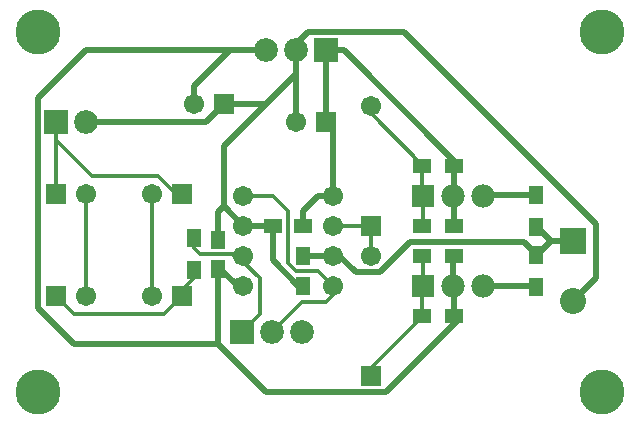
<source format=gbr>
G04 #@! TF.FileFunction,Copper,L2,Bot,Signal*
%FSLAX46Y46*%
G04 Gerber Fmt 4.6, Leading zero omitted, Abs format (unit mm)*
G04 Created by KiCad (PCBNEW 4.0.7) date 06/12/18 06:08:35*
%MOMM*%
%LPD*%
G01*
G04 APERTURE LIST*
%ADD10C,0.100000*%
%ADD11C,1.716000*%
%ADD12R,1.500000X1.250000*%
%ADD13R,1.716000X1.716000*%
%ADD14R,1.250000X1.500000*%
%ADD15R,2.016000X2.016000*%
%ADD16C,2.016000*%
%ADD17R,2.216000X2.216000*%
%ADD18C,2.216000*%
%ADD19C,1.989000*%
%ADD20R,1.989000X1.989000*%
%ADD21R,1.300000X1.500000*%
%ADD22R,1.500000X1.300000*%
%ADD23C,3.800000*%
%ADD24C,0.508000*%
%ADD25C,0.304800*%
G04 APERTURE END LIST*
D10*
D11*
X163195000Y-89535000D03*
X163195000Y-92075000D03*
X163195000Y-94615000D03*
X163195000Y-97155000D03*
X170815000Y-97155000D03*
X170815000Y-94615000D03*
X170815000Y-92075000D03*
X170815000Y-89535000D03*
D12*
X168255000Y-92075000D03*
X165755000Y-92075000D03*
D13*
X170180000Y-83312000D03*
D11*
X167640000Y-83312000D03*
D13*
X161544000Y-81788000D03*
D11*
X159004000Y-81788000D03*
D14*
X161036000Y-93238000D03*
X161036000Y-95738000D03*
D13*
X147320000Y-89408000D03*
D11*
X149860000Y-89408000D03*
D13*
X147320000Y-98044000D03*
D11*
X149860000Y-98044000D03*
D13*
X157988000Y-89408000D03*
D11*
X155448000Y-89408000D03*
D13*
X157988000Y-98044000D03*
D11*
X155448000Y-98044000D03*
D14*
X168275000Y-94635000D03*
X168275000Y-97135000D03*
D13*
X173987460Y-92074480D03*
D11*
X173990000Y-81915000D03*
D13*
X173987460Y-104774480D03*
D11*
X173990000Y-94615000D03*
D15*
X170180000Y-77216000D03*
D16*
X167640000Y-77216000D03*
X165100000Y-77216000D03*
D15*
X147320000Y-83312000D03*
D16*
X149860000Y-83312000D03*
D17*
X191135000Y-93345000D03*
D18*
X191135000Y-98425000D03*
D15*
X163068000Y-101092000D03*
D16*
X165608000Y-101092000D03*
X168148000Y-101092000D03*
D19*
X180975000Y-89535000D03*
D20*
X178435000Y-89535000D03*
D19*
X183515000Y-89535000D03*
X180975000Y-97155000D03*
D20*
X178435000Y-97155000D03*
D19*
X183515000Y-97155000D03*
D21*
X159004000Y-95838000D03*
X159004000Y-93138000D03*
D22*
X181055000Y-86995000D03*
X178355000Y-86995000D03*
X181055000Y-92075000D03*
X178355000Y-92075000D03*
X178355000Y-94615000D03*
X181055000Y-94615000D03*
X178355000Y-99695000D03*
X181055000Y-99695000D03*
D21*
X187960000Y-89455000D03*
X187960000Y-92155000D03*
X187960000Y-94535000D03*
X187960000Y-97235000D03*
D23*
X145796000Y-75692000D03*
X193548000Y-75692000D03*
X193548000Y-106172000D03*
X145796000Y-106172000D03*
D24*
X181055000Y-86995000D02*
X181055000Y-86567000D01*
X181055000Y-86567000D02*
X171704000Y-77216000D01*
X171704000Y-77216000D02*
X170180000Y-77216000D01*
X170815000Y-89535000D02*
X170815000Y-83947000D01*
X170815000Y-83947000D02*
X170180000Y-83312000D01*
X170180000Y-83312000D02*
X170180000Y-77216000D01*
X168255000Y-92075000D02*
X168255000Y-90825000D01*
X169545000Y-89535000D02*
X170815000Y-89535000D01*
X168255000Y-90825000D02*
X169545000Y-89535000D01*
X181055000Y-92075000D02*
X181055000Y-89615000D01*
X181055000Y-89615000D02*
X180975000Y-89535000D01*
X181055000Y-86995000D02*
X181055000Y-89455000D01*
X181055000Y-89455000D02*
X180975000Y-89535000D01*
X161036000Y-93238000D02*
X161036000Y-90932000D01*
X161036000Y-90932000D02*
X161544000Y-90424000D01*
X191135000Y-98425000D02*
X193040000Y-96520000D01*
X168656000Y-75692000D02*
X167640000Y-76708000D01*
X176784000Y-75692000D02*
X168656000Y-75692000D01*
X193040000Y-91948000D02*
X176784000Y-75692000D01*
X193040000Y-96520000D02*
X193040000Y-91948000D01*
X167640000Y-76708000D02*
X167640000Y-77216000D01*
X163195000Y-92075000D02*
X161544000Y-90424000D01*
X161544000Y-85344000D02*
X165100000Y-81788000D01*
X161544000Y-90424000D02*
X161544000Y-85344000D01*
X161544000Y-81788000D02*
X165100000Y-81788000D01*
X165100000Y-81788000D02*
X167640000Y-79248000D01*
X167640000Y-77216000D02*
X167640000Y-79248000D01*
X167640000Y-79248000D02*
X167640000Y-83312000D01*
X149860000Y-83312000D02*
X160020000Y-83312000D01*
X160020000Y-83312000D02*
X161544000Y-81788000D01*
X168275000Y-97135000D02*
X167874000Y-97135000D01*
X167874000Y-97135000D02*
X165735000Y-94996000D01*
X165735000Y-94996000D02*
X165735000Y-94615000D01*
X165735000Y-94615000D02*
X165735000Y-94635000D01*
X165735000Y-94635000D02*
X165735000Y-92075000D01*
X165735000Y-92075000D02*
X165755000Y-92075000D01*
X165755000Y-92075000D02*
X163195000Y-92075000D01*
X161036000Y-102108000D02*
X148844000Y-102108000D01*
X149860000Y-77216000D02*
X162052000Y-77216000D01*
X145796000Y-81280000D02*
X149860000Y-77216000D01*
X145796000Y-99060000D02*
X145796000Y-81280000D01*
X148844000Y-102108000D02*
X145796000Y-99060000D01*
X161036000Y-95738000D02*
X161036000Y-102108000D01*
X175260000Y-106172000D02*
X181356000Y-100076000D01*
X165100000Y-106172000D02*
X175260000Y-106172000D01*
X161036000Y-102108000D02*
X165100000Y-106172000D01*
X181356000Y-100076000D02*
X181055000Y-99695000D01*
X161036000Y-95738000D02*
X161270000Y-95738000D01*
X161270000Y-95738000D02*
X162560000Y-97028000D01*
X162560000Y-97028000D02*
X163068000Y-97028000D01*
X163068000Y-97028000D02*
X163195000Y-97155000D01*
X165100000Y-77216000D02*
X162052000Y-77216000D01*
X159004000Y-80264000D02*
X159004000Y-81788000D01*
X162052000Y-77216000D02*
X159004000Y-80264000D01*
X163215000Y-97135000D02*
X163195000Y-97155000D01*
X181055000Y-99695000D02*
X181055000Y-97235000D01*
X181055000Y-97235000D02*
X180975000Y-97155000D01*
X180975000Y-97155000D02*
X180975000Y-94615000D01*
X180975000Y-94615000D02*
X181055000Y-94615000D01*
D25*
X161036000Y-96012000D02*
X161036000Y-95678000D01*
X147320000Y-89408000D02*
X147320000Y-84836000D01*
X157988000Y-89408000D02*
X157480000Y-89408000D01*
X157480000Y-89408000D02*
X155956000Y-87884000D01*
X155956000Y-87884000D02*
X150368000Y-87884000D01*
X150368000Y-87884000D02*
X147320000Y-84836000D01*
X147320000Y-84836000D02*
X147320000Y-83312000D01*
X149860000Y-98044000D02*
X149860000Y-89408000D01*
X157988000Y-98044000D02*
X157988000Y-97536000D01*
X157988000Y-97536000D02*
X159004000Y-96520000D01*
X159004000Y-96520000D02*
X159004000Y-95838000D01*
X147320000Y-98044000D02*
X148336000Y-99060000D01*
X156464000Y-99568000D02*
X157988000Y-98044000D01*
X148844000Y-99568000D02*
X156464000Y-99568000D01*
X148336000Y-99060000D02*
X148844000Y-99568000D01*
X155448000Y-98044000D02*
X155448000Y-89408000D01*
D24*
X170815000Y-94615000D02*
X171323000Y-94615000D01*
X171323000Y-94615000D02*
X172720000Y-96012000D01*
X186944000Y-93472000D02*
X187960000Y-94488000D01*
X177292000Y-93472000D02*
X186944000Y-93472000D01*
X174752000Y-96012000D02*
X177292000Y-93472000D01*
X172720000Y-96012000D02*
X174752000Y-96012000D01*
X187960000Y-94488000D02*
X187960000Y-94535000D01*
X168275000Y-94635000D02*
X170795000Y-94635000D01*
X170795000Y-94635000D02*
X170815000Y-94615000D01*
X189230000Y-93345000D02*
X187960000Y-92075000D01*
X187960000Y-92075000D02*
X187960000Y-92155000D01*
X191135000Y-93345000D02*
X189230000Y-93345000D01*
X189230000Y-93345000D02*
X187960000Y-94615000D01*
X187960000Y-94615000D02*
X187960000Y-94535000D01*
D25*
X187960000Y-92155000D02*
X188040000Y-92155000D01*
X187960000Y-94615000D02*
X187960000Y-94535000D01*
X187960000Y-92075000D02*
X187960000Y-92155000D01*
X170815000Y-92075000D02*
X173990000Y-92075000D01*
X173990000Y-92075000D02*
X173987460Y-92074480D01*
X173990000Y-94615000D02*
X173990000Y-92075000D01*
X173990000Y-92075000D02*
X173987460Y-92074480D01*
X173990000Y-81915000D02*
X173990000Y-82550000D01*
X173990000Y-82550000D02*
X178435000Y-86995000D01*
X178435000Y-86995000D02*
X178355000Y-86995000D01*
X178355000Y-86995000D02*
X178355000Y-89455000D01*
X178355000Y-89455000D02*
X178435000Y-89535000D01*
X178435000Y-89535000D02*
X178435000Y-92075000D01*
X178435000Y-92075000D02*
X178355000Y-92075000D01*
X173987460Y-104774480D02*
X173987460Y-104142540D01*
X173987460Y-104142540D02*
X178435000Y-99695000D01*
X178435000Y-99695000D02*
X178355000Y-99695000D01*
X178355000Y-99695000D02*
X178355000Y-97235000D01*
X178355000Y-97235000D02*
X178435000Y-97155000D01*
X178435000Y-97155000D02*
X178435000Y-94615000D01*
X178435000Y-94615000D02*
X178355000Y-94615000D01*
X163195000Y-94615000D02*
X163195000Y-95123000D01*
X163195000Y-95123000D02*
X164592000Y-96520000D01*
X164592000Y-99568000D02*
X163068000Y-101092000D01*
X164592000Y-96520000D02*
X164592000Y-99568000D01*
X159004000Y-93138000D02*
X159004000Y-93980000D01*
X159512000Y-94488000D02*
X163068000Y-94488000D01*
X159004000Y-93980000D02*
X159512000Y-94488000D01*
X163068000Y-94488000D02*
X163195000Y-94615000D01*
X163195000Y-94615000D02*
X162433000Y-94615000D01*
X165608000Y-101092000D02*
X168148000Y-98552000D01*
X170688000Y-98044000D02*
X170688000Y-97028000D01*
X170180000Y-98552000D02*
X170688000Y-98044000D01*
X168148000Y-98552000D02*
X170180000Y-98552000D01*
X170688000Y-97028000D02*
X170815000Y-97155000D01*
X170688000Y-97028000D02*
X170815000Y-97155000D01*
X163195000Y-89535000D02*
X165735000Y-89535000D01*
X169545000Y-95885000D02*
X170815000Y-97155000D01*
X167640000Y-95885000D02*
X169545000Y-95885000D01*
X167005000Y-95250000D02*
X167640000Y-95885000D01*
X167005000Y-90805000D02*
X167005000Y-95250000D01*
X165735000Y-89535000D02*
X167005000Y-90805000D01*
D24*
X187960000Y-89455000D02*
X183595000Y-89455000D01*
X183595000Y-89455000D02*
X183515000Y-89535000D01*
X183515000Y-97155000D02*
X187960000Y-97155000D01*
X187960000Y-97155000D02*
X187960000Y-97235000D01*
M02*

</source>
